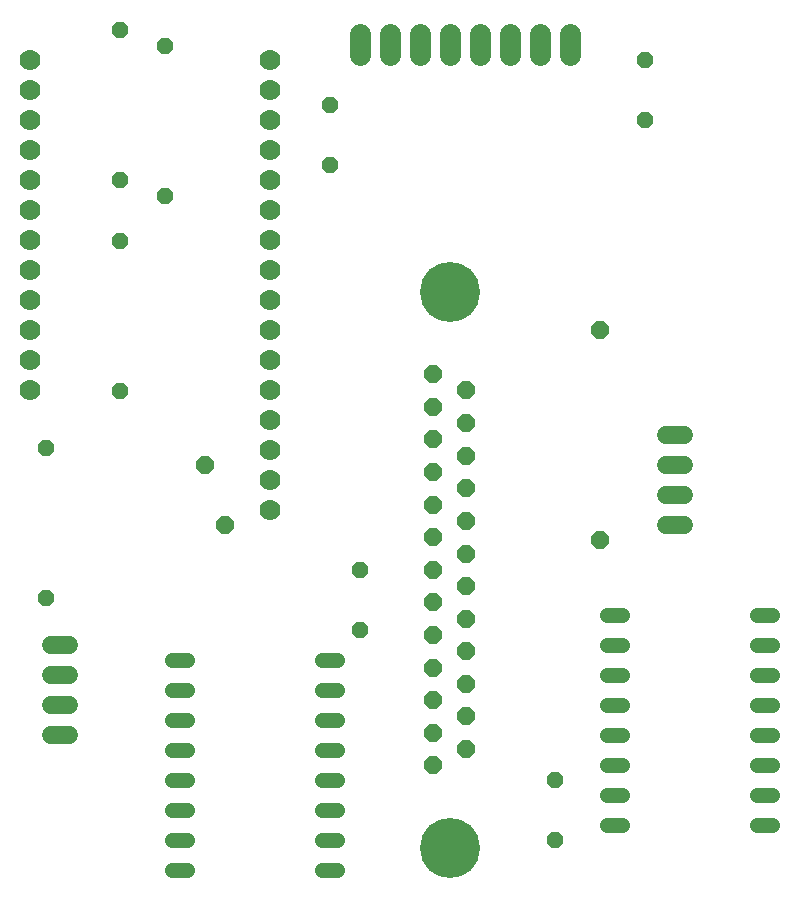
<source format=gbr>
G04 EAGLE Gerber RS-274X export*
G75*
%MOIN*%
%FSLAX34Y34*%
%LPD*%
%INBottom Copper*%
%IPPOS*%
%AMOC8*
5,1,8,0,0,1.08239X$1,22.5*%
G01*
%ADD10P,0.064943X8X112.500000*%
%ADD11C,0.200000*%
%ADD12C,0.060000*%
%ADD13C,0.051496*%
%ADD14C,0.070000*%
%ADD15C,0.070000*%
%ADD16P,0.056284X8X112.500000*%
%ADD17P,0.056284X8X292.500000*%
%ADD18P,0.064943X8X22.500000*%


D10*
X17440Y18520D03*
X17440Y17430D03*
X17440Y16350D03*
X17440Y15260D03*
X17440Y14170D03*
X17440Y13090D03*
X17440Y12000D03*
X17440Y10910D03*
X17440Y9830D03*
X17440Y8740D03*
X17440Y7650D03*
X17440Y6570D03*
X17440Y5480D03*
X18560Y17980D03*
X18560Y16890D03*
X18560Y15800D03*
X18560Y14720D03*
X18560Y13630D03*
X18560Y12540D03*
X18560Y11460D03*
X18560Y10370D03*
X18560Y9280D03*
X18560Y8200D03*
X18560Y7110D03*
X18560Y6020D03*
D11*
X18000Y2740D03*
X18000Y21260D03*
D12*
X25200Y13500D02*
X25800Y13500D01*
X25800Y14500D02*
X25200Y14500D01*
X25200Y15500D02*
X25800Y15500D01*
X25800Y16500D02*
X25200Y16500D01*
X5300Y9500D02*
X4700Y9500D01*
X4700Y8500D02*
X5300Y8500D01*
X5300Y7500D02*
X4700Y7500D01*
X4700Y6500D02*
X5300Y6500D01*
D13*
X28243Y3500D02*
X28757Y3500D01*
X28757Y4500D02*
X28243Y4500D01*
X28243Y5500D02*
X28757Y5500D01*
X28757Y6500D02*
X28243Y6500D01*
X28243Y7500D02*
X28757Y7500D01*
X28757Y8500D02*
X28243Y8500D01*
X28243Y9500D02*
X28757Y9500D01*
X28757Y10500D02*
X28243Y10500D01*
X23757Y10500D02*
X23243Y10500D01*
X23243Y9500D02*
X23757Y9500D01*
X23757Y8500D02*
X23243Y8500D01*
X23243Y7500D02*
X23757Y7500D01*
X23757Y6500D02*
X23243Y6500D01*
X23243Y5500D02*
X23757Y5500D01*
X23757Y4500D02*
X23243Y4500D01*
X23243Y3500D02*
X23757Y3500D01*
X9257Y9000D02*
X8743Y9000D01*
X8743Y8000D02*
X9257Y8000D01*
X9257Y7000D02*
X8743Y7000D01*
X8743Y6000D02*
X9257Y6000D01*
X9257Y5000D02*
X8743Y5000D01*
X8743Y4000D02*
X9257Y4000D01*
X9257Y3000D02*
X8743Y3000D01*
X8743Y2000D02*
X9257Y2000D01*
X13743Y2000D02*
X14257Y2000D01*
X14257Y3000D02*
X13743Y3000D01*
X13743Y4000D02*
X14257Y4000D01*
X14257Y5000D02*
X13743Y5000D01*
X13743Y6000D02*
X14257Y6000D01*
X14257Y7000D02*
X13743Y7000D01*
X13743Y8000D02*
X14257Y8000D01*
X14257Y9000D02*
X13743Y9000D01*
D14*
X19000Y29150D02*
X19000Y29850D01*
X18000Y29850D02*
X18000Y29150D01*
X20000Y29150D02*
X20000Y29850D01*
X21000Y29850D02*
X21000Y29150D01*
X22000Y29150D02*
X22000Y29850D01*
X17000Y29850D02*
X17000Y29150D01*
X16000Y29150D02*
X16000Y29850D01*
X15000Y29850D02*
X15000Y29150D01*
D15*
X12000Y14000D03*
X12000Y15000D03*
X12000Y16000D03*
X12000Y17000D03*
X12000Y18000D03*
X12000Y19000D03*
X12000Y20000D03*
X12000Y21000D03*
X12000Y22000D03*
X12000Y23000D03*
X12000Y24000D03*
X12000Y25000D03*
X12000Y26000D03*
X12000Y27000D03*
X12000Y28000D03*
X12000Y29000D03*
X4000Y29000D03*
X4000Y28000D03*
X4000Y27000D03*
X4000Y26000D03*
X4000Y25000D03*
X4000Y24000D03*
X4000Y23000D03*
X4000Y22000D03*
X4000Y21000D03*
X4000Y20000D03*
X4000Y19000D03*
X4000Y18000D03*
D16*
X8500Y24450D03*
X8500Y29450D03*
X7000Y25000D03*
X7000Y30000D03*
X4550Y11050D03*
X4550Y16050D03*
X7000Y17950D03*
X7000Y22950D03*
X21500Y3000D03*
X21500Y5000D03*
D17*
X15000Y12000D03*
X15000Y10000D03*
D16*
X14000Y25500D03*
X14000Y27500D03*
X24500Y27000D03*
X24500Y29000D03*
D18*
X9850Y15500D03*
X10500Y13500D03*
X23000Y20000D03*
X23000Y13000D03*
M02*

</source>
